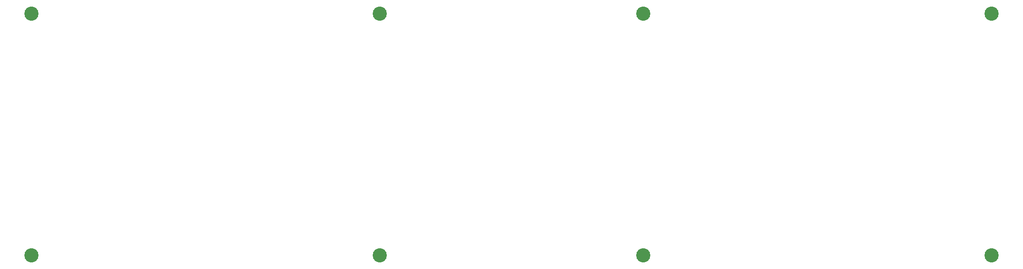
<source format=gbr>
%TF.GenerationSoftware,KiCad,Pcbnew,(6.0.4)*%
%TF.CreationDate,2022-07-31T16:18:00-04:00*%
%TF.ProjectId,backplate,6261636b-706c-4617-9465-2e6b69636164,v1.0.0*%
%TF.SameCoordinates,Original*%
%TF.FileFunction,Soldermask,Bot*%
%TF.FilePolarity,Negative*%
%FSLAX46Y46*%
G04 Gerber Fmt 4.6, Leading zero omitted, Abs format (unit mm)*
G04 Created by KiCad (PCBNEW (6.0.4)) date 2022-07-31 16:18:00*
%MOMM*%
%LPD*%
G01*
G04 APERTURE LIST*
%ADD10C,2.900000*%
G04 APERTURE END LIST*
D10*
%TO.C,*%
X-8250000Y41750000D03*
%TD*%
%TO.C,*%
X-8250000Y-7750000D03*
%TD*%
%TO.C,*%
X63000000Y41750000D03*
%TD*%
%TO.C,*%
X63000000Y-7750000D03*
%TD*%
%TO.C,*%
X188250000Y41750000D03*
%TD*%
%TO.C,*%
X188250000Y-7750000D03*
%TD*%
%TO.C,*%
X117000000Y41750000D03*
%TD*%
%TO.C,*%
X117000000Y-7750000D03*
%TD*%
M02*

</source>
